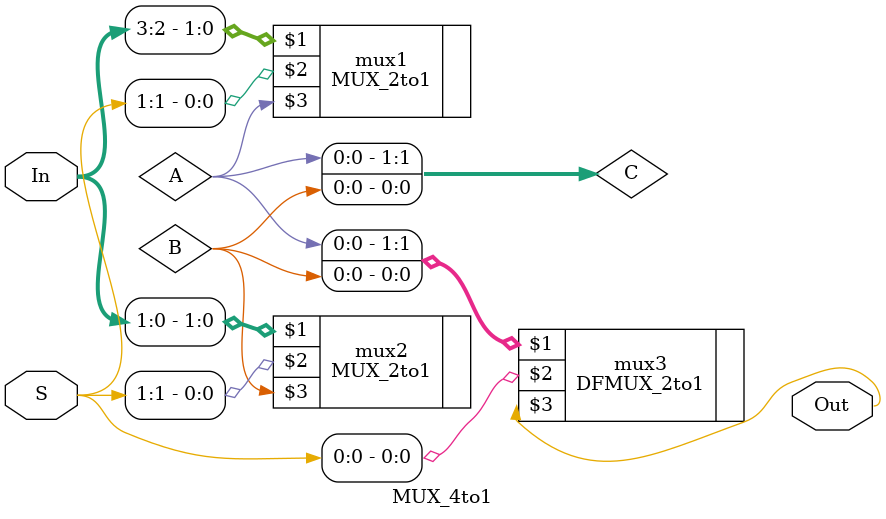
<source format=v>
`timescale 1ns / 1ps
module MUX_4to1(
    input [3:0] In,
    input [1:0] S, 
    output Out
    );
	 
	 wire A, B;
	 wire [1:0] C;
	 assign C = {A, B};
	 
	 //MSB of S is assigned to the first stage of multiplexers and LSB to second stage
	 //first stage includes mux1 and mux 2 while second stage includes only mux3
	 MUX_2to1 mux1 (In[3:2], S[1], A);
	 MUX_2to1 mux2 (In[1:0], S[1], B);
	 DFMUX_2to1 mux3 (C, S[0], Out);
	 
endmodule

</source>
